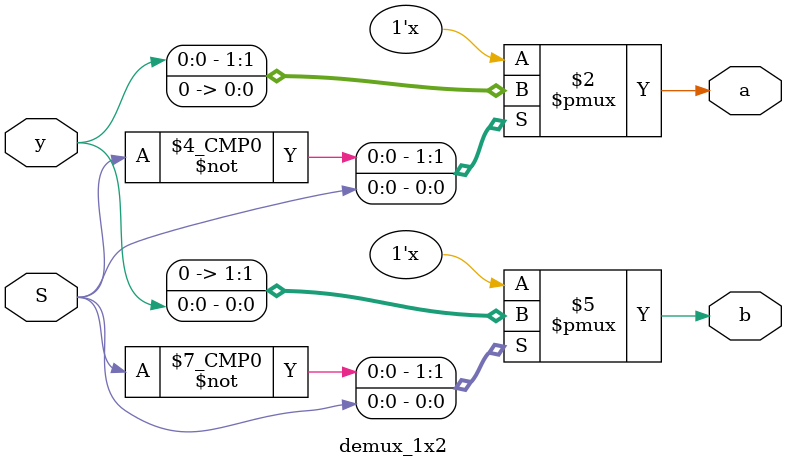
<source format=v>
module demux_1x2 (
    input wire y,
    input wire S,
    output reg a,
    output reg b
);

always @(*) begin
    //default values
    a = 0;
    b = 0;

    //decode the select line
    case (S)
        1'b0 : a=y;
        1'b1 : b=y;
    endcase
       
end
endmodule
</source>
